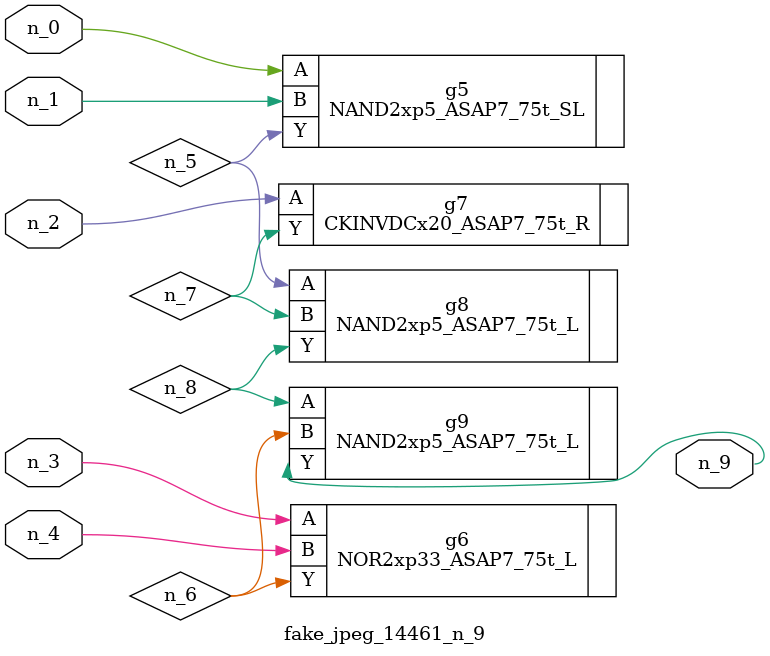
<source format=v>
module fake_jpeg_14461_n_9 (n_3, n_2, n_1, n_0, n_4, n_9);

input n_3;
input n_2;
input n_1;
input n_0;
input n_4;

output n_9;

wire n_8;
wire n_6;
wire n_5;
wire n_7;

NAND2xp5_ASAP7_75t_SL g5 ( 
.A(n_0),
.B(n_1),
.Y(n_5)
);

NOR2xp33_ASAP7_75t_L g6 ( 
.A(n_3),
.B(n_4),
.Y(n_6)
);

CKINVDCx20_ASAP7_75t_R g7 ( 
.A(n_2),
.Y(n_7)
);

NAND2xp5_ASAP7_75t_L g8 ( 
.A(n_5),
.B(n_7),
.Y(n_8)
);

NAND2xp5_ASAP7_75t_L g9 ( 
.A(n_8),
.B(n_6),
.Y(n_9)
);


endmodule
</source>
